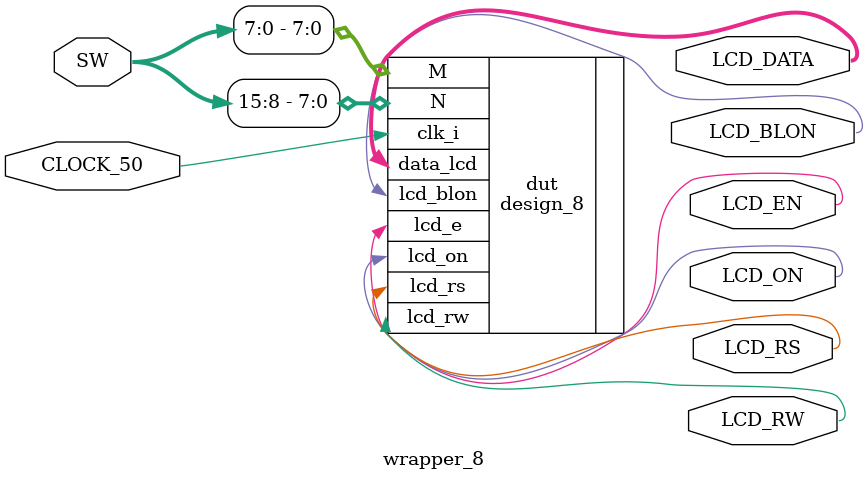
<source format=sv>
module wrapper_8 (
// input
input logic CLOCK_50,
input logic [15:0] SW,
// output
output logic LCD_EN, LCD_RS,LCD_ON,LCD_BLON,LCD_RW,
output logic [7:0] LCD_DATA
);
design_8 dut (
.clk_i (CLOCK_50),
.M(SW[7:0]),
.N(SW[15:8]),
.lcd_e(LCD_EN),
.lcd_rs(LCD_RS),
.lcd_on(LCD_ON),
.lcd_blon(LCD_BLON),
.lcd_rw(LCD_RW),
.data_lcd(LCD_DATA),
);
endmodule

</source>
